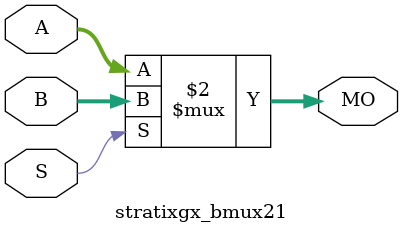
<source format=v>
module stratixgx_bmux21 (MO, A, B, S);
   input [15:0] A, B;
   input 	S;
   output [15:0] MO; 
   assign MO = (S == 1) ? B : A; 
endmodule
</source>
